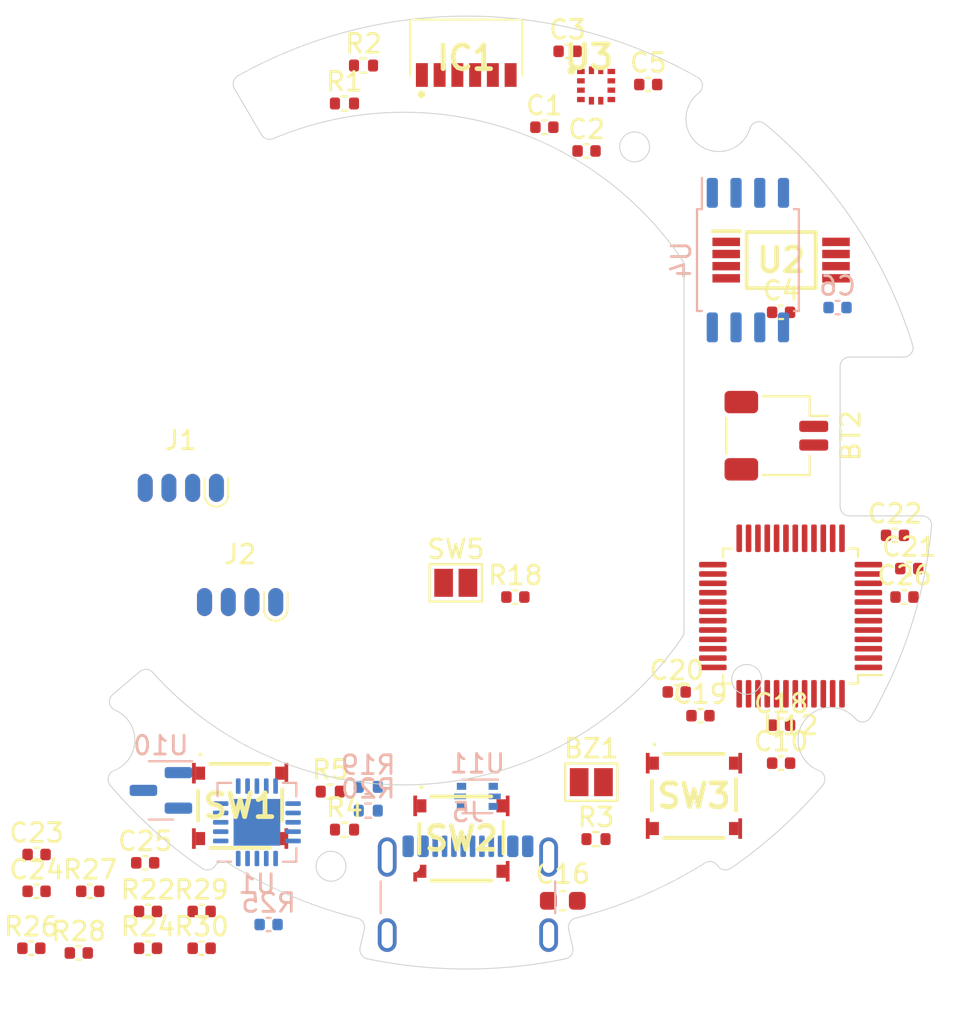
<source format=kicad_pcb>
(kicad_pcb (version 20221018) (generator pcbnew)
  (layers (0 "F.Cu" signal) (31 "B.Cu" signal) (34 "B.Paste" user) (35 "F.Paste" user) (36 "B.SilkS" user "B.Silkscreen") (37 "F.SilkS" user "F.Silkscreen") (38 "B.Mask" user) (39 "F.Mask" user) (44 "Edge.Cuts" user))
  (net 0 "")
  (net 1 "SOUND_SRC")
  (net 2 "GND")
  (net 3 "Net-(IC1-VCC1)")
  (net 4 "Net-(IC1-VCC2{slash}IRED{slash}ANODE)")
  (net 5 "PWR")
  (net 6 "+1V8")
  (net 7 "GNDPWR")
  (net 8 "/power-control-1.8V/USB_5V")
  (net 9 "Net-(J5-CC1)")
  (net 10 "/power-control-1.8V/USB_DP_RAW")
  (net 11 "/power-control-1.8V/USB_DN_RAW")
  (net 13 "Net-(J5-CC2)")
  (net 15 "BUT_L")
  (net 16 "BUT_M")
  (net 17 "BUT_R")
  (net 18 "/stm32u5/BOOT0")
  (net 19 "/power-control-1.8V/PWR_SRC")
  (net 20 "Net-(U1-VPCC)")
  (net 21 "Net-(U1-THERM)")
  (net 22 "~{PG}")
  (net 23 "BSTAT2")
  (net 24 "BSTAT1")
  (net 25 "Net-(U1-PROG3)")
  (net 26 "Net-(U1-PROG1)")
  (net 27 "/power-control-1.8V/BAT+")
  (net 28 "FLASH_CSB")
  (net 29 "QSPI1")
  (net 30 "QSPI2")
  (net 31 "QSPI0")
  (net 32 "QSCK")
  (net 33 "QSPI3")
  (net 34 "USB_DP")
  (net 35 "USB_DN")
  (net 38 "TXDIR")
  (net 39 "RXDIR")
  (net 40 "SCREEN_CSB")
  (net 42 "WKUP")
  (net 44 "Net-(U12-VCAP)")
  (net 46 "SCK")
  (net 47 "MISO")
  (net 48 "MOSI")
  (net 49 "EEPROM_CSB")
  (net 50 "DBG_TX")
  (net 51 "DBG_RX")
  (net 52 "SWDIO")
  (net 53 "SWCLK")
  (net 54 "SWO")
  (net 55 "/BAT+")
  (net 56 "ACCEL_CSB")
  (net 57 "TP_SCL")
  (net 58 "TP_SDA")
  (net 59 "/stm32u5/~{BAT_LO}")
  (net 62 "ACCEL_INT1")
  (footprint "Capacitor_SMD:C_0402_1005Metric" (layer "F.Cu") (at 76.708 106.172)
    (fp_text reference "R26" (at 0 -1.16) (layer "F.SilkS"))
    (fp_text value "10k")
    (pad "1" smd roundrect (at -0.48 0) (size 0.56 0.62) (layers "F.Cu" "F.Paste" "F.Mask") (net 7 "GNDPWR"))
    (pad "2" smd roundrect (at 0.48 0) (size 0.56 0.62) (layers "F.Cu" "F.Paste" "F.Mask") (net 21 "Net-(U1-THERM)"))
  )
  (footprint "Capacitor_SMD:C_0402_1005Metric" (layer "F.Cu") (at 106.426 63.5)
    (fp_text reference "C2" (at 0 -1.16) (layer "F.SilkS"))
    (fp_text value "4.7uF")
    (pad "1" smd roundrect (at -0.48 0) (size 0.56 0.62) (layers "F.Cu" "F.Paste" "F.Mask") (net 4 "Net-(IC1-VCC2{slash}IRED{slash}ANODE)"))
    (pad "2" smd roundrect (at 0.48 0) (size 0.56 0.62) (layers "F.Cu" "F.Paste" "F.Mask") (net 2 "GND"))
  )
  (footprint "Samacsys_Parts:BOSCH_LGA-12" (layer "F.Cu") (at 106.938 59.997)
    (fp_text reference "U3" (at -0.382 -1.529) (layer "F.SilkS") (effects (font (size 1.27 1.27) (thickness 0.254))))
    (fp_text value "BMA400" hide)
    (pad "1" smd rect (at -0.815 -0.75 90) (size 0.28 0.41) (layers "F.Cu" "F.Paste" "F.Mask") (net 47 "MISO"))
    (pad "2" smd rect (at -0.815 -0.25 90) (size 0.28 0.41) (layers "F.Cu" "F.Paste" "F.Mask") (net 48 "MOSI"))
    (pad "3" smd rect (at -0.815 0.25 90) (size 0.28 0.41) (layers "F.Cu" "F.Paste" "F.Mask") (net 5 "PWR"))
    (pad "4" smd rect (at -0.815 0.75 90) (size 0.28 0.41) (layers "F.Cu" "F.Paste" "F.Mask"))
    (pad "5" smd rect (at -0.25 0.815) (size 0.28 0.41) (layers "F.Cu" "F.Paste" "F.Mask") (net 62 "ACCEL_INT1"))
    (pad "6" smd rect (at 0.25 0.815) (size 0.28 0.41) (layers "F.Cu" "F.Paste" "F.Mask"))
    (pad "7" smd rect (at 0.815 0.75 90) (size 0.28 0.41) (layers "F.Cu" "F.Paste" "F.Mask") (net 5 "PWR"))
    (pad "8" smd rect (at 0.815 0.25 90) (size 0.28 0.41) (layers "F.Cu" "F.Paste" "F.Mask") (net 2 "GND"))
    (pad "9" smd rect (at 0.815 -0.25 90) (size 0.28 0.41) (layers "F.Cu" "F.Paste" "F.Mask") (net 2 "GND"))
    (pad "10" smd rect (at 0.815 -0.75 90) (size 0.28 0.41) (layers "F.Cu" "F.Paste" "F.Mask") (net 56 "ACCEL_CSB"))
    (pad "11" smd rect (at 0.25 -0.815) (size 0.28 0.41) (layers "F.Cu" "F.Paste" "F.Mask"))
    (pad "12" smd rect (at -0.25 -0.815) (size 0.28 0.41) (layers "F.Cu" "F.Paste" "F.Mask") (net 46 "SCK"))
  )
  (footprint "Samacsys_Parts:TL3315NF100Q" (layer "F.Cu") (at 87.884 98.552)
    (fp_text reference "SW1" (at 0 0) (layer "F.SilkS") (effects (font (size 1.27 1.27) (thickness 0.254))))
    (fp_text value "SW_Push" hide)
    (pad "1" smd rect (at -2.125 -1.75) (size 0.5 0.7) (layers "F.Cu" "F.Paste" "F.Mask") (net 2 "GND"))
    (pad "2" smd rect (at 2.125 -1.75) (size 0.5 0.7) (layers "F.Cu" "F.Paste" "F.Mask") (net 15 "BUT_L"))
    (pad "3" smd rect (at -2.125 1.75) (size 0.5 0.7) (layers "F.Cu" "F.Paste" "F.Mask"))
    (pad "4" smd rect (at 2.125 1.75) (size 0.5 0.7) (layers "F.Cu" "F.Paste" "F.Mask"))
    (pad "5" smd rect (at -2.475 -1.75) (size 0.2 1.1) (layers "F.Cu" "F.Paste" "F.Mask"))
    (pad "6" smd rect (at 2.475 -1.75) (size 0.2 1.1) (layers "F.Cu" "F.Paste" "F.Mask"))
    (pad "7" smd rect (at -2.475 1.75) (size 0.2 1.1) (layers "F.Cu" "F.Paste" "F.Mask"))
    (pad "8" smd rect (at 2.475 1.75) (size 0.2 1.1) (layers "F.Cu" "F.Paste" "F.Mask"))
  )
  (footprint "Samacsys_Parts:SOIC_clipProgSmall" (layer "F.Cu") (at 87.884 88.392)
    (fp_text reference "J2" (at 0 -3.302) (layer "F.SilkS"))
    (fp_text value "PROGRAM_HDR")
    (pad "" np_thru_hole circle (at -2.54 -1.905) (size 0.7 0.7) (drill 0.7) (layers "*.Cu" "*.Mask"))
    (pad "" np_thru_hole circle (at -1.27 -1.905) (size 0.7 0.7) (drill 0.7) (layers "*.Cu" "*.Mask"))
    (pad "" np_thru_hole circle (at 0 -1.905) (size 0.7 0.7) (drill 0.7) (layers "*.Cu" "*.Mask"))
    (pad "" np_thru_hole circle (at 1.27 -1.905) (size 0.7 0.7) (drill 0.7) (layers "*.Cu" "*.Mask"))
    (pad "" np_thru_hole circle (at 2.54 -1.905) (size 0.7 0.7) (drill 0.7) (layers "*.Cu" "*.Mask"))
    (pad "1" smd oval (at 1.905 -0.75) (size 0.8 1.5) (layers "F.Cu" "F.Mask") (net 2 "GND"))
    (pad "2" smd oval (at 0.635 -0.75) (size 0.8 1.5) (layers "F.Cu" "F.Mask") (net 47 "MISO"))
    (pad "3" smd oval (at -0.635 -0.75) (size 0.8 1.5) (layers "F.Cu" "F.Mask") (net 48 "MOSI"))
    (pad "4" smd oval (at -1.905 -0.75) (size 0.8 1.5) (layers "F.Cu" "F.Mask") (net 46 "SCK"))
    (pad "5" smd oval (at -1.905 -0.75) (size 0.8 1.5) (layers "B.Cu" "B.Mask") (net 40 "SCREEN_CSB"))
    (pad "6" smd oval (at -0.635 -0.75) (size 0.8 1.5) (layers "B.Cu" "B.Mask") (net 49 "EEPROM_CSB"))
    (pad "7" smd oval (at 0.635 -0.75) (size 0.8 1.5) (layers "B.Cu" "B.Mask") (net 56 "ACCEL_CSB"))
    (pad "8" smd oval (at 1.905 -0.75) (size 0.8 1.5) (layers "B.Cu" "B.Mask") (net 28 "FLASH_CSB"))
  )
  (footprint "Jumper:SolderJumper-2_P1.3mm_Open_Pad1.0x1.5mm" (layer "F.Cu") (at 99.426 86.614)
    (fp_text reference "SW5" (at 0 -1.8) (layer "F.SilkS"))
    (fp_text value "BOOTSEL")
    (pad "1" smd rect (at -0.65 0) (size 1 1.5) (layers "F.Cu" "F.Mask") (net 6 "+1V8"))
    (pad "2" smd rect (at 0.65 0) (size 1 1.5) (layers "F.Cu" "F.Mask") (net 18 "/stm32u5/BOOT0"))
  )
  (footprint "Resistor_SMD:R_0402_1005Metric" (layer "F.Cu") (at 93.472 99.822)
    (fp_text reference "R4" (at 0 -1.17) (layer "F.SilkS"))
    (fp_text value "100k")
    (pad "1" smd roundrect (at -0.51 0) (size 0.54 0.64) (layers "F.Cu" "F.Paste" "F.Mask") (net 5 "PWR"))
    (pad "2" smd roundrect (at 0.51 0) (size 0.54 0.64) (layers "F.Cu" "F.Paste" "F.Mask") (net 16 "BUT_M"))
  )
  (footprint "Capacitor_SMD:C_0402_1005Metric" (layer "F.Cu") (at 116.84 96.266)
    (fp_text reference "C10" (at 0 -1.16) (layer "F.SilkS"))
    (fp_text value "100nF")
    (pad "1" smd roundrect (at -0.48 0) (size 0.56 0.62) (layers "F.Cu" "F.Paste" "F.Mask") (net 2 "GND"))
    (pad "2" smd roundrect (at 0.48 0) (size 0.56 0.62) (layers "F.Cu" "F.Paste" "F.Mask") (net 6 "+1V8"))
  )
  (footprint "Capacitor_SMD:C_0402_1005Metric" (layer "F.Cu") (at 116.84 72.136)
    (fp_text reference "C4" (at 0 -1.16) (layer "F.SilkS"))
    (fp_text value "0.1uF")
    (pad "1" smd roundrect (at -0.48 0) (size 0.56 0.62) (layers "F.Cu" "F.Paste" "F.Mask") (net 5 "PWR"))
    (pad "2" smd roundrect (at 0.48 0) (size 0.56 0.62) (layers "F.Cu" "F.Paste" "F.Mask") (net 2 "GND"))
  )
  (footprint "Capacitor_SMD:C_0402_1005Metric" (layer "F.Cu") (at 85.824 104.202)
    (fp_text reference "R29" (at 0 -1.16) (layer "F.SilkS"))
    (fp_text value "330k")
    (pad "1" smd roundrect (at -0.48 0) (size 0.56 0.62) (layers "F.Cu" "F.Paste" "F.Mask") (net 8 "/power-control-1.8V/USB_5V"))
    (pad "2" smd roundrect (at 0.48 0) (size 0.56 0.62) (layers "F.Cu" "F.Paste" "F.Mask") (net 20 "Net-(U1-VPCC)"))
  )
  (footprint "Capacitor_SMD:C_0402_1005Metric" (layer "F.Cu") (at 111.252 92.456)
    (fp_text reference "C20" (at 0 -1.16) (layer "F.SilkS"))
    (fp_text value "10uF")
    (pad "1" smd roundrect (at -0.48 0) (size 0.56 0.62) (layers "F.Cu" "F.Paste" "F.Mask") (net 2 "GND"))
    (pad "2" smd roundrect (at 0.48 0) (size 0.56 0.62) (layers "F.Cu" "F.Paste" "F.Mask") (net 6 "+1V8"))
  )
  (footprint "Samacsys_Parts:TL3315NF100Q" (layer "F.Cu") (at 112.175 98.016)
    (fp_text reference "SW3" (at 0 0) (layer "F.SilkS") (effects (font (size 1.27 1.27) (thickness 0.254))))
    (fp_text value "SW_Push" hide)
    (pad "1" smd rect (at -2.125 -1.75) (size 0.5 0.7) (layers "F.Cu" "F.Paste" "F.Mask") (net 2 "GND"))
    (pad "2" smd rect (at 2.125 -1.75) (size 0.5 0.7) (layers "F.Cu" "F.Paste" "F.Mask") (net 17 "BUT_R"))
    (pad "3" smd rect (at -2.125 1.75) (size 0.5 0.7) (layers "F.Cu" "F.Paste" "F.Mask"))
    (pad "4" smd rect (at 2.125 1.75) (size 0.5 0.7) (layers "F.Cu" "F.Paste" "F.Mask"))
    (pad "5" smd rect (at -2.475 -1.75) (size 0.2 1.1) (layers "F.Cu" "F.Paste" "F.Mask"))
    (pad "6" smd rect (at 2.475 -1.75) (size 0.2 1.1) (layers "F.Cu" "F.Paste" "F.Mask"))
    (pad "7" smd rect (at -2.475 1.75) (size 0.2 1.1) (layers "F.Cu" "F.Paste" "F.Mask"))
    (pad "8" smd rect (at 2.475 1.75) (size 0.2 1.1) (layers "F.Cu" "F.Paste" "F.Mask"))
  )
  (footprint "Capacitor_SMD:C_0402_1005Metric" (layer "F.Cu") (at 123.444 87.376)
    (fp_text reference "C26" (at 0 -1.16) (layer "F.SilkS"))
    (fp_text value "C")
    (pad "1" smd roundrect (at -0.48 0) (size 0.56 0.62) (layers "F.Cu" "F.Paste" "F.Mask") (net 44 "Net-(U12-VCAP)"))
    (pad "2" smd roundrect (at 0.48 0) (size 0.56 0.62) (layers "F.Cu" "F.Paste" "F.Mask") (net 2 "GND"))
  )
  (footprint "Capacitor_SMD:C_0402_1005Metric" (layer "F.Cu") (at 123.698 85.852)
    (fp_text reference "C21" (at 0 -1.16) (layer "F.SilkS"))
    (fp_text value "100nF")
    (pad "1" smd roundrect (at -0.48 0) (size 0.56 0.62) (layers "F.Cu" "F.Paste" "F.Mask") (net 2 "GND"))
    (pad "2" smd roundrect (at 0.48 0) (size 0.56 0.62) (layers "F.Cu" "F.Paste" "F.Mask") (net 6 "+1V8"))
  )
  (footprint "Capacitor_SMD:C_0402_1005Metric" (layer "F.Cu") (at 122.936 84.074)
    (fp_text reference "C22" (at 0 -1.16) (layer "F.SilkS"))
    (fp_text value "1uF")
    (pad "1" smd roundrect (at -0.48 0) (size 0.56 0.62) (layers "F.Cu" "F.Paste" "F.Mask") (net 2 "GND"))
    (pad "2" smd roundrect (at 0.48 0) (size 0.56 0.62) (layers "F.Cu" "F.Paste" "F.Mask") (net 6 "+1V8"))
  )
  (footprint "Samacsys_Parts:TL3315NF100Q" (layer "F.Cu") (at 99.729 100.302)
    (fp_text reference "SW2" (at 0 0) (layer "F.SilkS") (effects (font (size 1.27 1.27) (thickness 0.254))))
    (fp_text value "SW_Push" hide)
    (pad "1" smd rect (at -2.125 -1.75) (size 0.5 0.7) (layers "F.Cu" "F.Paste" "F.Mask") (net 2 "GND"))
    (pad "2" smd rect (at 2.125 -1.75) (size 0.5 0.7) (layers "F.Cu" "F.Paste" "F.Mask") (net 16 "BUT_M"))
    (pad "3" smd rect (at -2.125 1.75) (size 0.5 0.7) (layers "F.Cu" "F.Paste" "F.Mask"))
    (pad "4" smd rect (at 2.125 1.75) (size 0.5 0.7) (layers "F.Cu" "F.Paste" "F.Mask"))
    (pad "5" smd rect (at -2.475 -1.75) (size 0.2 1.1) (layers "F.Cu" "F.Paste" "F.Mask"))
    (pad "6" smd rect (at 2.475 -1.75) (size 0.2 1.1) (layers "F.Cu" "F.Paste" "F.Mask"))
    (pad "7" smd rect (at -2.475 1.75) (size 0.2 1.1) (layers "F.Cu" "F.Paste" "F.Mask"))
    (pad "8" smd rect (at 2.475 1.75) (size 0.2 1.1) (layers "F.Cu" "F.Paste" "F.Mask"))
  )
  (footprint "Resistor_SMD:R_0402_1005Metric" (layer "F.Cu") (at 92.71 97.79)
    (fp_text reference "R5" (at 0 -1.17) (layer "F.SilkS"))
    (fp_text value "100k")
    (pad "1" smd roundrect (at -0.51 0) (size 0.54 0.64) (layers "F.Cu" "F.Paste" "F.Mask") (net 5 "PWR"))
    (pad "2" smd roundrect (at 0.51 0) (size 0.54 0.64) (layers "F.Cu" "F.Paste" "F.Mask") (net 17 "BUT_R"))
  )
  (footprint "Connector_JST:JST_SH_SM02B-SRSS-TB_1x02-1MP_P1.00mm_Horizontal" (layer "F.Cu") (at 116.586 78.74 -90)
    (fp_text reference "BT2" (at 0 -3.98 90) (layer "F.SilkS"))
    (fp_text value "LPR553535A")
    (pad "1" smd roundrect (at -0.5 -2 270) (size 0.6 1.55) (layers "F.Cu" "F.Paste" "F.Mask") (net 27 "/power-control-1.8V/BAT+"))
    (pad "2" smd roundrect (at 0.5 -2 270) (size 0.6 1.55) (layers "F.Cu" "F.Paste" "F.Mask") (net 7 "GNDPWR"))
    (pad "MP" smd roundrect (at -1.8 1.875 270) (size 1.2 1.8) (layers "F.Cu" "F.Paste" "F.Mask") (roundrect_rratio 0.208333))
    (pad "MP" smd roundrect (at 1.8 1.875 270) (size 1.2 1.8) (layers "F.Cu" "F.Paste" "F.Mask") (roundrect_rratio 0.208333))
  )
  (footprint "Capacitor_SMD:C_0402_1005Metric" (layer "F.Cu") (at 85.824 106.172)
    (fp_text reference "R30" (at 0 -1.16) (layer "F.SilkS"))
    (fp_text value "110k")
    (pad "1" smd roundrect (at -0.48 0) (size 0.56 0.62) (layers "F.Cu" "F.Paste" "F.Mask") (net 20 "Net-(U1-VPCC)"))
    (pad "2" smd roundrect (at 0.48 0) (size 0.56 0.62) (layers "F.Cu" "F.Paste" "F.Mask") (net 7 "GNDPWR"))
  )
  (footprint "Resistor_SMD:R_0402_1005Metric" (layer "F.Cu") (at 106.932 100.33)
    (fp_text reference "R3" (at 0 -1.17) (layer "F.SilkS"))
    (fp_text value "100k")
    (pad "1" smd roundrect (at -0.51 0) (size 0.54 0.64) (layers "F.Cu" "F.Paste" "F.Mask") (net 5 "PWR"))
    (pad "2" smd roundrect (at 0.51 0) (size 0.54 0.64) (layers "F.Cu" "F.Paste" "F.Mask") (net 15 "BUT_L"))
  )
  (footprint "Capacitor_SMD:C_0402_1005Metric" (layer "F.Cu") (at 79.248 106.426)
    (fp_text reference "R28" (at 0 -1.16) (layer "F.SilkS"))
    (fp_text value "R")
    (pad "1" smd roundrect (at -0.48 0) (size 0.56 0.62) (layers "F.Cu" "F.Paste" "F.Mask") (net 25 "Net-(U1-PROG3)"))
    (pad "2" smd roundrect (at 0.48 0) (size 0.56 0.62) (layers "F.Cu" "F.Paste" "F.Mask") (net 7 "GNDPWR"))
  )
  (footprint "Capacitor_SMD:C_0402_1005Metric" (layer "F.Cu") (at 116.84 94.234)
    (fp_text reference "C18" (at 0 -1.16) (layer "F.SilkS"))
    (fp_text value "100nF")
    (pad "1" smd roundrect (at -0.48 0) (size 0.56 0.62) (layers "F.Cu" "F.Paste" "F.Mask") (net 2 "GND"))
    (pad "2" smd roundrect (at 0.48 0) (size 0.56 0.62) (layers "F.Cu" "F.Paste" "F.Mask") (net 6 "+1V8"))
  )
  (footprint "Samacsys_Parts:SOP65P640X120-8N" (layer "F.Cu") (at 116.84 69.342)
    (fp_text reference "U2" (at 0 0) (layer "F.SilkS") (effects (font (size 1.27 1.27) (thickness 0.254))))
    (fp_text value "M95512-DWDW4TP_K" hide)
    (pad "1" smd rect (at -2.938 -0.975 90) (size 0.45 1.475) (layers "F.Cu" "F.Paste" "F.Mask") (net 49 "EEPROM_CSB"))
    (pad "2" smd rect (at -2.938 -0.325 90) (size 0.45 1.475) (layers "F.Cu" "F.Paste" "F.Mask") (net 47 "MISO"))
    (pad "3" smd rect (at -2.938 0.325 90) (size 0.45 1.475) (layers "F.Cu" "F.Paste" "F.Mask") (net 5 "PWR"))
    (pad "4" smd rect (at -2.938 0.975 90) (size 0.45 1.475) (layers "F.Cu" "F.Paste" "F.Mask") (net 2 "GND"))
    (pad "5" smd rect (at 2.938 0.975 90) (size 0.45 1.475) (layers "F.Cu" "F.Paste" "F.Mask") (net 48 "MOSI"))
    (pad "6" smd rect (at 2.938 0.325 90) (size 0.45 1.475) (layers "F.Cu" "F.Paste" "F.Mask") (net 46 "SCK"))
    (pad "7" smd rect (at 2.938 -0.325 90) (size 0.45 1.475) (layers "F.Cu" "F.Paste" "F.Mask") (net 5 "PWR"))
    (pad "8" smd rect (at 2.938 -0.975 90) (size 0.45 1.475) (layers "F.Cu" "F.Paste" "F.Mask") (net 5 "PWR"))
  )
  (footprint "Capacitor_SMD:C_0402_1005Metric" (layer "F.Cu") (at 102.616 87.376)
    (fp_text reference "R18" (at 0 -1.16) (layer "F.SilkS"))
    (fp_text value "10k")
    (pad "1" smd roundrect (at -0.48 0) (size 0.56 0.62) (layers "F.Cu" "F.Paste" "F.Mask") (net 2 "GND"))
    (pad "2" smd roundrect (at 0.48 0) (size 0.56 0.62) (layers "F.Cu" "F.Paste" "F.Mask") (net 18 "/stm32u5/BOOT0"))
  )
  (footprint "Capacitor_SMD:C_0402_1005Metric" (layer "F.Cu") (at 76.99 103.124)
    (fp_text reference "C24" (at 0 -1.16) (layer "F.SilkS"))
    (fp_text value "10uF")
    (pad "1" smd roundrect (at -0.48 0) (size 0.56 0.62) (layers "F.Cu" "F.Paste" "F.Mask") (net 7 "GNDPWR"))
    (pad "2" smd roundrect (at 0.48 0) (size 0.56 0.62) (layers "F.Cu" "F.Paste" "F.Mask") (net 19 "/power-control-1.8V/PWR_SRC"))
  )
  (footprint "Capacitor_SMD:C_0402_1005Metric" (layer "F.Cu") (at 112.522 93.726)
    (fp_text reference "C19" (at 0 -1.16) (layer "F.SilkS"))
    (fp_text value "100nF")
    (pad "1" smd roundrect (at -0.48 0) (size 0.56 0.62) (layers "F.Cu" "F.Paste" "F.Mask") (net 2 "GND"))
    (pad "2" smd roundrect (at 0.48 0) (size 0.56 0.62) (layers "F.Cu" "F.Paste" "F.Mask") (net 6 "+1V8"))
  )
  (footprint "Capacitor_SMD:C_0402_1005Metric" (layer "F.Cu") (at 82.954 106.172)
    (fp_text reference "R24" (at 0 -1.16) (layer "F.SilkS"))
    (fp_text value "100k")
    (pad "1" smd roundrect (at -0.48 0) (size 0.56 0.62) (layers "F.Cu" "F.Paste" "F.Mask") (net 24 "BSTAT1"))
    (pad "2" smd roundrect (at 0.48 0) (size 0.56 0.62) (layers "F.Cu" "F.Paste" "F.Mask") (net 6 "+1V8"))
  )
  (footprint "Capacitor_SMD:C_0402_1005Metric" (layer "F.Cu") (at 105.41 58.166)
    (fp_text reference "C3" (at 0 -1.16) (layer "F.SilkS"))
    (fp_text value "0.1uF")
    (pad "1" smd roundrect (at -0.48 0) (size 0.56 0.62) (layers "F.Cu" "F.Paste" "F.Mask") (net 5 "PWR"))
    (pad "2" smd roundrect (at 0.48 0) (size 0.56 0.62) (layers "F.Cu" "F.Paste" "F.Mask") (net 2 "GND"))
  )
  (footprint "Capacitor_SMD:C_0402_1005Metric" (layer "F.Cu") (at 79.86 103.124)
    (fp_text reference "R27" (at 0 -1.16) (layer "F.SilkS"))
    (fp_text value "20k")
    (pad "1" smd roundrect (at -0.48 0) (size 0.56 0.62) (layers "F.Cu" "F.Paste" "F.Mask") (net 26 "Net-(U1-PROG1)"))
    (pad "2" smd roundrect (at 0.48 0) (size 0.56 0.62) (layers "F.Cu" "F.Paste" "F.Mask") (net 7 "GNDPWR"))
  )
  (footprint "Samacsys_Parts:TFBS4711TT1" (layer "F.Cu") (at 99.987 57.971)
    (fp_text reference "IC1" (at 0 0.55) (layer "F.SilkS") (effects (font (size 1.27 1.27) (thickness 0.254))))
    (fp_text value "TFBS4711-TT1" hide)
    (pad "1" smd rect (at -2.375 1.465) (size 0.64 1.27) (layers "F.Cu" "F.Paste" "F.Mask") (net 4 "Net-(IC1-VCC2{slash}IRED{slash}ANODE)"))
    (pad "2" smd rect (at -1.425 1.465) (size 0.64 1.27) (layers "F.Cu" "F.Paste" "F.Mask") (net 38 "TXDIR"))
    (pad "3" smd rect (at -0.475 1.465) (size 0.64 1.27) (layers "F.Cu" "F.Paste" "F.Mask") (net 39 "RXDIR"))
    (pad "4" smd rect (at 0.475 1.465) (size 0.64 1.27) (layers "F.Cu" "F.Paste" "F.Mask") (net 2 "GND"))
    (pad "5" smd rect (at 1.425 1.465) (size 0.64 1.27) (layers "F.Cu" "F.Paste" "F.Mask") (net 3 "Net-(IC1-VCC1)"))
    (pad "6" smd rect (at 2.375 1.465) (size 0.64 1.27) (layers "F.Cu" "F.Paste" "F.Mask") (net 2 "GND"))
  )
  (footprint "Jumper:SolderJumper-2_P1.3mm_Open_Pad1.0x1.5mm" (layer "F.Cu") (at 106.68 97.282)
    (fp_text reference "BZ1" (at 0 -1.8) (layer "F.SilkS"))
    (fp_text value "Speaker")
    (pad "1" smd rect (at -0.65 0) (size 1 1.5) (layers "F.Cu" "F.Mask") (net 1 "SOUND_SRC"))
    (pad "2" smd rect (at 0.65 0) (size 1 1.5) (layers "F.Cu" "F.Mask") (net 2 "GND"))
  )
  (footprint "Samacsys_Parts:SOIC_clipProgSmall" (layer "F.Cu") (at 84.709 82.284)
    (fp_text reference "J1" (at 0 -3.302) (layer "F.SilkS"))
    (fp_text value "DBG_HDR")
    (pad "" np_thru_hole circle (at -2.54 -1.905) (size 0.7 0.7) (drill 0.7) (layers "*.Cu" "*.Mask"))
    (pad "" np_thru_hole circle (at -1.27 -1.905) (size 0.7 0.7) (drill 0.7) (layers "*.Cu" "*.Mask"))
    (pad "" np_thru_hole circle (at 0 -1.905) (size 0.7 0.7) (drill 0.7) (layers "*.Cu" "*.Mask"))
    (pad "" np_thru_hole circle (at 1.27 -1.905) (size 0.7 0.7) (drill 0.7) (layers "*.Cu" "*.Mask"))
    (pad "" np_thru_hole circle (at 2.54 -1.905) (size 0.7 0.7) (drill 0.7) (layers "*.Cu" "*.Mask"))
    (pad "1" smd oval (at 1.905 -0.75) (size 0.8 1.5) (layers "F.Cu" "F.Mask"))
    (pad "2" smd oval (at 0.635 -0.75) (size 0.8 1.5) (layers "F.Cu" "F.Mask") (net 53 "SWCLK"))
    (pad "3" smd oval (at -0.635 -0.75) (size 0.8 1.5) (layers "F.Cu" "F.Mask") (net 52 "SWDIO"))
    (pad "4" smd oval (at -1.905 -0.75) (size 0.8 1.5) (layers "F.Cu" "F.Mask") (net 2 "GND"))
    (pad "5" smd oval (at -1.905 -0.75) (size 0.8 1.5) (layers "B.Cu" "B.Mask") (net 2 "GND"))
    (pad "6" smd oval (at -0.635 -0.75) (size 0.8 1.5) (layers "B.Cu" "B.Mask") (net 51 "DBG_RX"))
    (pad "7" smd oval (at 0.635 -0.75) (size 0.8 1.5) (layers "B.Cu" "B.Mask") (net 50 "DBG_TX"))
    (pad "8" smd oval (at 1.905 -0.75) (size 0.8 1.5) (layers "B.Cu" "B.Mask"))
  )
  (footprint "Capacitor_SMD:C_0402_1005Metric" (layer "F.Cu") (at 76.99 101.154)
    (fp_text reference "C23" (at 0 -1.16) (layer "F.SilkS"))
    (fp_text value "10uF")
    (pad "1" smd roundrect (at -0.48 0) (size 0.56 0.62) (layers "F.Cu" "F.Paste" "F.Mask") (net 27 "/power-control-1.8V/BAT+"))
    (pad "2" smd roundrect (at 0.48 0) (size 0.56 0.62) (layers "F.Cu" "F.Paste" "F.Mask") (net 7 "GNDPWR"))
  )
  (footprint "Resistor_SMD:R_0402_1005Metric" (layer "F.Cu") (at 93.47 60.96)
    (fp_text reference "R1" (at 0 -1.17) (layer "F.SilkS"))
    (fp_text value "56R")
    (pad "1" smd roundrect (at -0.51 0) (size 0.54 0.64) (layers "F.Cu" "F.Paste" "F.Mask") (net 4 "Net-(IC1-VCC2{slash}IRED{slash}ANODE)"))
    (pad "2" smd roundrect (at 0.51 0) (size 0.54 0.64) (layers "F.Cu" "F.Paste" "F.Mask") (net 5 "PWR"))
  )
  (footprint "Capacitor_SMD:C_0402_1005Metric" (layer "F.Cu") (at 82.804 101.6)
    (fp_text reference "C25" (at 0 -1.16) (layer "F.SilkS"))
    (fp_text value "10uF")
    (pad "1" smd roundrect (at -0.48 0) (size 0.56 0.62) (layers "F.Cu" "F.Paste" "F.Mask") (net 7 "GNDPWR"))
    (pad "2" smd roundrect (at 0.48 0) (size 0.56 0.62) (layers "F.Cu" "F.Paste" "F.Mask") (net 8 "/power-control-1.8V/USB_5V"))
  )
  (footprint "Resistor_SMD:R_0402_1005Metric" (layer "F.Cu") (at 94.488 58.928)
    (fp_text reference "R2" (at 0 -1.17) (layer "F.SilkS"))
    (fp_text value "47R")
    (pad "1" smd roundrect (at -0.51 0) (size 0.54 0.64) (layers "F.Cu" "F.Paste" "F.Mask") (net 5 "PWR"))
    (pad "2" smd roundrect (at 0.51 0) (size 0.54 0.64) (layers "F.Cu" "F.Paste" "F.Mask") (net 3 "Net-(IC1-VCC1)"))
  )
  (footprint "Capacitor_SMD:C_0402_1005Metric" (layer "F.Cu") (at 109.728 59.944)
    (fp_text reference "C5" (at 0 -1.16) (layer "F.SilkS"))
    (fp_text value "0.1uF")
    (pad "1" smd roundrect (at -0.48 0) (size 0.56 0.62) (layers "F.Cu" "F.Paste" "F.Mask") (net 5 "PWR"))
    (pad "2" smd roundrect (at 0.48 0) (size 0.56 0.62) (layers "F.Cu" "F.Paste" "F.Mask") (net 2 "GND"))
  )
  (footprint "Capacitor_SMD:C_0402_1005Metric" (layer "F.Cu") (at 82.954 104.202)
    (fp_text reference "R22" (at 0 -1.16) (layer "F.SilkS"))
    (fp_text value "100k")
    (pad "1" smd roundrect (at -0.48 0) (size 0.56 0.62) (layers "F.Cu" "F.Paste" "F.Mask") (net 23 "BSTAT2"))
    (pad "2" smd roundrect (at 0.48 0) (size 0.56 0.62) (layers "F.Cu" "F.Paste" "F.Mask") (net 6 "+1V8"))
  )
  (footprint "Package_QFP:LQFP-48_7x7mm_P0.5mm" (layer "F.Cu") (at 117.348 88.392 180)
    (fp_text reference "U12" (at 0 -5.85) (layer "F.SilkS"))
    (fp_text value "STM32U535CET6-modified")
    (pad "1" smd roundrect (at -4.1625 -2.75 180) (size 1.475 0.3) (layers "F.Cu" "F.Paste" "F.Mask") (net 6 "+1V8"))
    (pad "2" smd roundrect (at -4.1625 -2.25 180) (size 1.475 0.3) (layers "F.Cu" "F.Paste" "F.Mask") (net 15 "BUT_L"))
    (pad "3" smd roundrect (at -4.1625 -1.75 180) (size 1.475 0.3) (layers "F.Cu" "F.Paste" "F.Mask") (net 16 "BUT_M"))
    (pad "4" smd roundrect (at -4.1625 -1.25 180) (size 1.475 0.3) (layers "F.Cu" "F.Paste" "F.Mask") (net 17 "BUT_R"))
    (pad "5" smd roundrect (at -4.1625 -0.75 180) (size 1.475 0.3) (layers "F.Cu" "F.Paste" "F.Mask"))
    (pad "6" smd roundrect (at -4.1625 -0.25 180) (size 1.475 0.3) (layers "F.Cu" "F.Paste" "F.Mask"))
    (pad "7" smd roundrect (at -4.1625 0.25 180) (size 1.475 0.3) (layers "F.Cu" "F.Paste" "F.Mask") (net 6 "+1V8"))
    (pad "8" smd roundrect (at -4.1625 0.75 180) (size 1.475 0.3) (layers "F.Cu" "F.Paste" "F.Mask") (net 2 "GND"))
    (pad "9" smd roundrect (at -4.1625 1.25 180) (size 1.475 0.3) (layers "F.Cu" "F.Paste" "F.Mask") (net 6 "+1V8"))
    (pad "10" smd roundrect (at -4.1625 1.75 180) (size 1.475 0.3) (layers "F.Cu" "F.Paste" "F.Mask") (net 38 "TXDIR"))
    (pad "11" smd roundrect (at -4.1625 2.25 180) (size 1.475 0.3) (layers "F.Cu" "F.Paste" "F.Mask") (net 39 "RXDIR"))
    (pad "12" smd roundrect (at -4.1625 2.75 180) (size 1.475 0.3) (layers "F.Cu" "F.Paste" "F.Mask") (net 40 "SCREEN_CSB"))
    (pad "13" smd roundrect (at -2.75 4.1625 180) (size 0.3 1.475) (layers "F.Cu" "F.Paste" "F.Mask") (net 32 "QSCK"))
    (pad "14" smd roundrect (at -2.25 4.1625 180) (size 0.3 1.475) (layers "F.Cu" "F.Paste" "F.Mask") (net 1 "SOUND_SRC"))
    (pad "15" smd roundrect (at -1.75 4.1625 180) (size 0.3 1.475) (layers "F.Cu" "F.Paste" "F.Mask"))
    (pad "16" smd roundrect (at -1.25 4.1625 180) (size 0.3 1.475) (layers "F.Cu" "F.Paste" "F.Mask") (net 33 "QSPI3"))
    (pad "17" smd roundrect (at -0.75 4.1625 180) (size 0.3 1.475) (layers "F.Cu" "F.Paste" "F.Mask") (net 30 "QSPI2"))
    (pad "18" smd roundrect (at -0.25 4.1625 180) (size 0.3 1.475) (layers "F.Cu" "F.Paste" "F.Mask") (net 29 "QSPI1"))
    (pad "19" smd roundrect (at 0.25 4.1625 180) (size 0.3 1.475) (layers "F.Cu" "F.Paste" "F.Mask") (net 31 "QSPI0"))
    (pad "20" smd roundrect (at 0.75 4.1625 180) (size 0.3 1.475) (layers "F.Cu" "F.Paste" "F.Mask") (net 42 "WKUP"))
    (pad "21" smd roundrect (at 1.25 4.1625 180) (size 0.3 1.475) (layers "F.Cu" "F.Paste" "F.Mask"))
    (pad "22" smd roundrect (at 1.75 4.1625 180) (size 0.3 1.475) (layers "F.Cu" "F.Paste" "F.Mask") (net 44 "Net-(U12-VCAP)"))
    (pad "23" smd roundrect (at 2.25 4.1625 180) (size 0.3 1.475) (layers "F.Cu" "F.Paste" "F.Mask") (net 2 "GND"))
    (pad "24" smd roundrect (at 2.75 4.1625 180) (size 0.3 1.475) (layers "F.Cu" "F.Paste" "F.Mask") (net 6 "+1V8"))
    (pad "25" smd roundrect (at 4.1625 2.75 180) (size 1.475 0.3) (layers "F.Cu" "F.Paste" "F.Mask"))
    (pad "26" smd roundrect (at 4.1625 2.25 180) (size 1.475 0.3) (layers "F.Cu" "F.Paste" "F.Mask") (net 46 "SCK"))
    (pad "27" smd roundrect (at 4.1625 1.75 180) (size 1.475 0.3) (layers "F.Cu" "F.Paste" "F.Mask") (net 47 "MISO"))
    (pad "28" smd roundrect (at 4.1625 1.25 180) (size 1.475 0.3) (layers "F.Cu" "F.Paste" "F.Mask") (net 48 "MOSI"))
    (pad "29" smd roundrect (at 4.1625 0.75 180) (size 1.475 0.3) (layers "F.Cu" "F.Paste" "F.Mask") (net 49 "EEPROM_CSB"))
    (pad "30" smd roundrect (at 4.1625 0.25 180) (size 1.475 0.3) (layers "F.Cu" "F.Paste" "F.Mask") (net 50 "DBG_TX"))
    (pad "31" smd roundrect (at 4.1625 -0.25 180) (size 1.475 0.3) (layers "F.Cu" "F.Paste" "F.Mask") (net 51 "DBG_RX"))
    (pad "32" smd roundrect (at 4.1625 -0.75 180) (size 1.475 0.3) (layers "F.Cu" "F.Paste" "F.Mask") (net 35 "USB_DN"))
    (pad "33" smd roundrect (at 4.1625 -1.25 180) (size 1.475 0.3) (layers "F.Cu" "F.Paste" "F.Mask") (net 34 "USB_DP"))
    (pad "34" smd roundrect (at 4.1625 -1.75 180) (size 1.475 0.3) (layers "F.Cu" "F.Paste" "F.Mask") (net 52 "SWDIO"))
    (pad "35" smd roundrect (at 4.1625 -2.25 180) (size 1.475 0.3) (layers "F.Cu" "F.Paste" "F.Mask") (net 2 "GND"))
    (pad "36" smd roundrect (at 4.1625 -2.75 180) (size 1.475 0.3) (layers "F.Cu" "F.Paste" "F.Mask") (net 6 "+1V8"))
    (pad "37" smd roundrect (at 2.75 -4.1625 180) (size 0.3 1.475) (layers "F.Cu" "F.Paste" "F.Mask") (net 53 "SWCLK"))
    (pad "38" smd roundrect (at 2.25 -4.1625 180) (size 0.3 1.475) (layers "F.Cu" "F.Paste" "F.Mask") (net 28 "FLASH_CSB"))
    (pad "39" smd roundrect (at 1.75 -4.1625 180) (size 0.3 1.475) (layers "F.Cu" "F.Paste" "F.Mask") (net 54 "SWO"))
    (pad "40" smd roundrect (at 1.25 -4.1625 180) (size 0.3 1.475) (layers "F.Cu" "F.Paste" "F.Mask") (net 55 "/BAT+"))
    (pad "41" smd roundrect (at 0.75 -4.1625 180) (size 0.3 1.475) (layers "F.Cu" "F.Paste" "F.Mask") (net 56 "ACCEL_CSB"))
    (pad "42" smd roundrect (at 0.25 -4.1625 180) (size 0.3 1.475) (layers "F.Cu" "F.Paste" "F.Mask") (net 57 "TP_SCL"))
    (pad "43" smd roundrect (at -0.25 -4.1625 180) (size 0.3 1.475) (layers "F.Cu" "F.Paste" "F.Mask") (net 58 "TP_SDA"))
    (pad "44" smd roundrect (at -0.75 -4.1625 180) (size 0.3 1.475) (layers "F.Cu" "F.Paste" "F.Mask") (net 18 "/stm32u5/BOOT0"))
    (pad "45" smd roundrect (at -1.25 -4.1625 180) (size 0.3 1.475) (layers "F.Cu" "F.Paste" "F.Mask") (net 59 "/stm32u5/~{BAT_LO}"))
    (pad "46" smd roundrect (at -1.75 -4.1625 180) (size 0.3 1.475) (layers "F.Cu" "F.Paste" "F.Mask"))
    (pad "47" smd roundrect (at -2.25 -4.1625 180) (size 0.3 1.475) (layers "F.Cu" "F.Paste" "F.Mask") (net 2 "GND"))
    (pad "48" smd roundrect (at -2.75 -4.1625 180) (size 0.3 1.475) (layers "F.Cu" "F.Paste" "F.Mask") (net 6 "+1V8"))
  )
  (footprint "Capacitor_SMD:C_0603_1608Metric" (layer "F.Cu") (at 105.156 103.632)
    (fp_text reference "C16" (at 0 -1.43) (layer "F.SilkS"))
    (fp_text value "C")
    (pad "1" smd roundrect (at -0.775 0) (size 0.9 0.95) (layers "F.Cu" "F.Paste" "F.Mask") (net 8 "/power-control-1.8V/USB_5V"))
    (pad "2" smd roundrect (at 0.775 0) (size 0.9 0.95) (layers "F.Cu" "F.Paste" "F.Mask") (net 7 "GNDPWR"))
  )
  (footprint "Capacitor_SMD:C_0402_1005Metric" (layer "F.Cu") (at 104.168 62.23)
    (fp_text reference "C1" (at 0 -1.16) (layer "F.SilkS"))
    (fp_text value "0.1uF")
    (pad "1" smd roundrect (at -0.48 0) (size 0.56 0.62) (layers "F.Cu" "F.Paste" "F.Mask") (net 2 "GND"))
    (pad "2" smd roundrect (at 0.48 0) (size 0.56 0.62) (layers "F.Cu" "F.Paste" "F.Mask") (net 3 "Net-(IC1-VCC1)"))
  )
  (footprint "Capacitor_SMD:C_0402_1005Metric" (layer "B.Cu") (at 89.408 104.902 180)
    (fp_text reference "R25" (at 0 1.16) (layer "B.SilkS") (effects (justify mirror)))
    (fp_text value "100k")
    (pad "1" smd roundrect (at -0.48 0 180) (size 0.56 0.62) (layers "B.Cu" "B.Paste" "B.Mask") (net 22 "~{PG}"))
    (pad "2" smd roundrect (at 0.48 0 180) (size 0.56 0.62) (layers "B.Cu" "B.Paste" "B.Mask") (net 6 "+1V8"))
  )
  (footprint "Package_SO:SOIC-8_5.23x5.23mm_P1.27mm" (layer "B.Cu") (at 115.062 69.342 -90)
    (fp_text reference "U4" (at 0 3.56 90) (layer "B.SilkS") (effects (justify mirror)))
    (fp_text value "W25Q128JVS")
    (pad "1" smd roundrect (at -3.6 1.905 270) (size 1.6 0.6) (layers "B.Cu" "B.Paste" "B.Mask") (net 28 "FLASH_CSB"))
    (pad "2" smd roundrect (at -3.6 0.635 270) (size 1.6 0.6) (layers "B.Cu" "B.Paste" "B.Mask") (net 29 "QSPI1"))
    (pad "3" smd roundrect (at -3.6 -0.635 270) (size 1.6 0.6) (layers "B.Cu" "B.Paste" "B.Mask") (net 30 "QSPI2"))
    (pad "4" smd roundrect (at -3.6 -1.905 270) (size 1.6 0.6) (layers "B.Cu" "B.Paste" "B.Mask") (net 2 "GND"))
    (pad "5" smd roundrect (at 3.6 -1.905 270) (size 1.6 0.6) (layers "B.Cu" "B.Paste" "B.Mask") (net 31 "QSPI0"))
    (pad "6" smd roundrect (at 3.6 -0.635 270) (size 1.6 0.6) (layers "B.Cu" "B.Paste" "B.Mask") (net 32 "QSCK"))
    (pad "7" smd roundrect (at 3.6 0.635 270) (size 1.6 0.6) (layers "B.Cu" "B.Paste" "B.Mask") (net 33 "QSPI3"))
    (pad "8" smd roundrect (at 3.6 1.905 270) (size 1.6 0.6) (layers "B.Cu" "B.Paste" "B.Mask") (net 5 "PWR"))
  )
  (footprint "Resistor_SMD:R_0402_1005Metric" (layer "B.Cu") (at 94.742 97.536 180)
    (fp_text reference "R19" (at 0 1.17) (layer "B.SilkS") (effects (justify mirror)))
    (fp_text value "5k1")
    (pad "1" smd roundrect (at -0.51 0 180) (size 0.54 0.64) (layers "B.Cu" "B.Paste" "B.Mask") (net 9 "Net-(J5-CC1)"))
    (pad "2" smd roundrect (at 0.51 0 180) (size 0.54 0.64) (layers "B.Cu" "B.Paste" "B.Mask") (net 7 "GNDPWR"))
  )
  (footprint "Capacitor_SMD:C_0402_1005Metric" (layer "B.Cu") (at 119.86 71.882 180)
    (fp_text reference "C6" (at 0 1.16) (layer "B.SilkS") (effects (justify mirror)))
    (fp_text value "0.1uF")
    (pad "1" smd roundrect (at -0.48 0 180) (size 0.56 0.62) (layers "B.Cu" "B.Paste" "B.Mask") (net 5 "PWR"))
    (pad "2" smd roundrect (at 0.48 0 180) (size 0.56 0.62) (layers "B.Cu" "B.Paste" "B.Mask") (net 2 "GND"))
  )
  (footprint "Package_DFN_QFN:QFN-20-1EP_4x4mm_P0.5mm_EP2.5x2.5mm" (layer "B.Cu") (at 88.783 99.431)
    (fp_text reference "U1" (at 0 3.3 -360) (layer "B.SilkS") (effects (justify mirror)))
    (fp_text value "MCP73871")
    (pad "1" smd roundrect (at -1.9375 1) (size 0.825 0.25) (layers "B.Cu" "B.Paste" "B.Mask") (net 19 "/power-control-1.8V/PWR_SRC"))
    (pad "2" smd roundrect (at -1.9375 0.5) (size 0.825 0.25) (layers "B.Cu" "B.Paste" "B.Mask") (net 20 "Net-(U1-VPCC)"))
    (pad "3" smd roundrect (at -1.9375 0) (size 0.825 0.25) (layers "B.Cu" "B.Paste" "B.Mask") (net 7 "GNDPWR"))
    (pad "4" smd roundrect (at -1.9375 -0.5) (size 0.825 0.25) (layers "B.Cu" "B.Paste" "B.Mask") (net 7 "GNDPWR"))
    (pad "5" smd roundrect (at -1.9375 -1) (size 0.825 0.25) (layers "B.Cu" "B.Paste" "B.Mask") (net 21 "Net-(U1-THERM)"))
    (pad "6" smd roundrect (at -1 -1.9375) (size 0.25 0.825) (layers "B.Cu" "B.Paste" "B.Mask") (net 22 "~{PG}"))
    (pad "7" smd roundrect (at -0.5 -1.9375) (size 0.25 0.825) (layers "B.Cu" "B.Paste" "B.Mask") (net 23 "BSTAT2"))
    (pad "8" smd roundrect (at 0 -1.9375) (size 0.25 0.825) (layers "B.Cu" "B.Paste" "B.Mask") (net 24 "BSTAT1"))
    (pad "9" smd roundrect (at 0.5 -1.9375) (size 0.25 0.825) (layers "B.Cu" "B.Paste" "B.Mask") (net 8 "/power-control-1.8V/USB_5V"))
    (pad "10" smd roundrect (at 1 -1.9375) (size 0.25 0.825) (layers "B.Cu" "B.Paste" "B.Mask") (net 7 "GNDPWR"))
    (pad "11" smd roundrect (at 1.9375 -1) (size 0.825 0.25) (layers "B.Cu" "B.Paste" "B.Mask") (net 7 "GNDPWR"))
    (pad "12" smd roundrect (at 1.9375 -0.5) (size 0.825 0.25) (layers "B.Cu" "B.Paste" "B.Mask") (net 25 "Net-(U1-PROG3)"))
    (pad "13" smd roundrect (at 1.9375 0) (size 0.825 0.25) (layers "B.Cu" "B.Paste" "B.Mask") (net 26 "Net-(U1-PROG1)"))
    (pad "14" smd roundrect (at 1.9375 0.5) (size 0.825 0.25) (layers "B.Cu" "B.Paste" "B.Mask") (net 27 "/power-control-1.8V/BAT+"))
    (pad "15" smd roundrect (at 1.9375 1) (size 0.825 0.25) (layers "B.Cu" "B.Paste" "B.Mask") (net 27 "/power-control-1.8V/BAT+"))
    (pad "16" smd roundrect (at 1 1.9375) (size 0.25 0.825) (layers "B.Cu" "B.Paste" "B.Mask") (net 27 "/power-control-1.8V/BAT+"))
    (pad "17" smd roundrect (at 0.5 1.9375) (size 0.25 0.825) (layers "B.Cu" "B.Paste" "B.Mask") (net 8 "/power-control-1.8V/USB_5V"))
    (pad "18" smd roundrect (at 0 1.9375) (size 0.25 0.825) (layers "B.Cu" "B.Paste" "B.Mask") (net 8 "/power-control-1.8V/USB_5V"))
    (pad "19" smd roundrect (at -0.5 1.9375) (size 0.25 0.825) (layers "B.Cu" "B.Paste" "B.Mask") (net 8 "/power-control-1.8V/USB_5V"))
    (pad "20" smd roundrect (at -1 1.9375) (size 0.25 0.825) (layers "B.Cu" "B.Paste" "B.Mask") (net 19 "/power-control-1.8V/PWR_SRC"))
    (pad "21" smd rect (at 0 0) (size 2.5 2.5) (layers "B.Cu" "B.Mask") (net 7 "GNDPWR"))
  )
  (footprint "Connector_USB:USB_C_Receptacle_GCT_USB4105-xx-A_16P_TopMnt_Horizontal" (layer "B.Cu") (at 100.076 104.394 180)
    (fp_text reference "J5" (at 0 5.5 unlocked) (layer "B.SilkS") (effects (justify mirror)))
    (fp_text value "USB_C_Receptacle_USB2.0")
    (pad "" np_thru_hole circle (at -2.89 2.605 180) (size 0.65 0.65) (drill 0.65) (layers "F&B.Cu" "*.Mask"))
    (pad "" np_thru_hole circle (at 2.89 2.605 180) (size 0.65 0.65) (drill 0.65) (layers "F&B.Cu" "*.Mask"))
    (pad "A1" smd roundrect (at -3.2 3.68 180) (size 0.6 1.15) (layers "B.Cu" "B.Paste" "B.Mask") (net 7 "GNDPWR"))
    (pad "A4" smd roundrect (at -2.4 3.68 180) (size 0.6 1.15) (layers "B.Cu" "B.Paste" "B.Mask") (net 8 "/power-control-1.8V/USB_5V"))
    (pad "A5" smd roundrect (at -1.25 3.68 180) (size 0.3 1.15) (layers "B.Cu" "B.Paste" "B.Mask") (net 9 "Net-(J5-CC1)"))
    (pad "A6" smd roundrect (at -0.25 3.68 180) (size 0.3 1.15) (layers "B.Cu" "B.Paste" "B.Mask") (net 10 "/power-control-1.8V/USB_DP_RAW"))
    (pad "A7" smd roundrect (at 0.25 3.68 180) (size 0.3 1.15) (layers "B.Cu" "B.Paste" "B.Mask") (net 11 "/power-control-1.8V/USB_DN_RAW"))
    (pad "A8" smd roundrect (at 1.25 3.68 180) (size 0.3 1.15) (layers "B.Cu" "B.Paste" "B.Mask"))
    (pad "A9" smd roundrect (at 2.4 3.68 180) (size 0.6 1.15) (layers "B.Cu" "B.Paste" "B.Mask") (net 8 "/power-control-1.8V/USB_5V"))
    (pad "A12" smd roundrect (at 3.2 3.68 180) (size 0.6 1.15) (layers "B.Cu" "B.Paste" "B.Mask") (net 7 "GNDPWR"))
    (pad "B1" smd roundrect (at 3.2 3.68 180) (size 0.6 1.15) (layers "B.Cu" "B.Paste" "B.Mask") (net 7 "GNDPWR"))
    (pad "B4" smd roundrect (at 2.4 3.68 180) (size 0.6 1.15) (layers "B.Cu" "B.Paste" "B.Mask") (net 8 "/power-control-1.8V/USB_5V"))
    (pad "B5" smd roundrect (at 1.75 3.68 180) (size 0.3 1.15) (layers "B.Cu" "B.Paste" "B.Mask") (net 13 "Net-(J5-CC2)"))
    (pad "B6" smd roundrect (at 0.75 3.68 180) (size 0.3 1.15) (layers "B.Cu" "B.Paste" "B.Mask") (net 10 "/power-control-1.8V/USB_DP_RAW"))
    (pad "B7" smd roundrect (at -0.75 3.68 180) (size 0.3 1.15) (layers "B.Cu" "B.Paste" "B.Mask") (net 11 "/power-control-1.8V/USB_DN_RAW"))
    (pad "B8" smd roundrect (at -1.75 3.68 180) (size 0.3 1.15) (layers "B.Cu" "B.Paste" "B.Mask"))
    (pad "B9" smd roundrect (at -2.4 3.68 180) (size 0.6 1.15) (layers "B.Cu" "B.Paste" "B.Mask") (net 8 "/power-control-1.8V/USB_5V"))
    (pad "B12" smd roundrect (at -3.2 3.68 180) (size 0.6 1.15) (layers "B.Cu" "B.Paste" "B.Mask") (net 7 "GNDPWR"))
    (pad "S1" thru_hole oval (at -4.32 -1.075 180) (size 1 1.8) (drill oval 0.6 1.4) (layers "*.Cu" "*.Mask" "B.Paste") (net 7 "GNDPWR"))
    (pad "S1" thru_hole oval (at -4.32 3.105 180) (size 1 2.1) (drill oval 0.6 1.7) (layers "*.Cu" "*.Mask" "B.Paste") (net 7 "GNDPWR"))
    (pad "S1" thru_hole oval (at 4.32 -1.075 180) (size 1 1.8) (drill oval 0.6 1.4) (layers "*.Cu" "*.Mask" "B.Paste") (net 7 "GNDPWR"))
    (pad "S1" thru_hole oval (at 4.32 3.105 180) (size 1 2.1) (drill oval 0.6 1.7) (layers "*.Cu" "*.Mask" "B.Paste") (net 7 "GNDPWR"))
  )
  (footprint "Package_TO_SOT_SMD:SOT-23" (layer "B.Cu") (at 83.6445 97.724 180)
    (fp_text reference "U10" (at 0 2.4) (layer "B.SilkS") (effects (justify mirror)))
    (fp_text value "MCP1700x-180xxTT")
    (pad "1" smd roundrect (at -0.9375 0.95 180) (size 1.475 0.6) (layers "B.Cu" "B.Paste" "B.Mask") (net 7 "GNDPWR"))
    (pad "2" smd roundrect (at -0.9375 -0.95 180) (size 1.475 0.6) (layers "B.Cu" "B.Paste" "B.Mask") (net 6 "+1V8"))
    (pad "3" smd roundrect (at 0.9375 0 180) (size 1.475 0.6) (layers "B.Cu" "B.Paste" "B.Mask") (net 19 "/power-control-1.8V/PWR_SRC"))
  )
  (footprint "Resistor_SMD:R_0402_1005Metric" (layer "B.Cu") (at 94.742 98.806 180)
    (fp_text reference "R20" (at 0 1.17) (layer "B.SilkS") (effects (justify mirror)))
    (fp_text value "5k1")
    (pad "1" smd roundrect (at -0.51 0 180) (size 0.54 0.64) (layers "B.Cu" "B.Paste" "B.Mask") (net 13 "Net-(J5-CC2)"))
    (pad "2" smd roundrect (at 0.51 0 180) (size 0.54 0.64) (layers "B.Cu" "B.Paste" "B.Mask") (net 7 "GNDPWR"))
  )
  (footprint "Package_TO_SOT_SMD:SOT-666" (layer "B.Cu") (at 100.584 98.044 180)
    (fp_text reference "U11" (at 0 1.75) (layer "B.SilkS") (effects (justify mirror)))
    (fp_text value "USBLC6-2P6")
    (pad "1" smd rect (at -0.85 0.5375 180) (size 0.5 0.375) (layers "B.Cu" "B.Paste" "B.Mask") (net 11 "/power-control-1.8V/USB_DN_RAW"))
    (pad "2" smd rect (at -0.925 0 180) (size 0.65 0.3) (layers "B.Cu" "B.Paste" "B.Mask") (net 7 "GNDPWR"))
    (pad "3" smd rect (at -0.85 -0.5375 180) (size 0.5 0.375) (layers "B.Cu" "B.Paste" "B.Mask") (net 10 "/power-control-1.8V/USB_DP_RAW"))
    (pad "4" smd rect (at 0.85 -0.5375 180) (size 0.5 0.375) (layers "B.Cu" "B.Paste" "B.Mask") (net 34 "USB_DP"))
    (pad "5" smd rect (at 0.925 0 180) (size 0.65 0.3) (layers "B.Cu" "B.Paste" "B.Mask") (net 8 "/power-control-1.8V/USB_5V"))
    (pad "6" smd rect (at 0.85 0.5375 180) (size 0.5 0.375) (layers "B.Cu" "B.Paste" "B.Mask") (net 35 "USB_DN"))
  )
  (gr_arc (start 86.550003 101.755815) (mid 86.228492 101.971903) (end 85.849118 101.893519) (stroke (width 0.05)) (layer "Edge.Cuts"))
  (gr_line (start 82.517344 91.363275) (end 81.069828 92.58618) (stroke (width 0.05)) (layer "Edge.Cuts"))
  (gr_arc (start 89.654247 62.841164) (mid 101.771697 62.174404) (end 111.558321 69.350694) (stroke (width 0.05)) (layer "Edge.Cuts"))
  (gr_arc (start 105.689984 106.134392) (mid 105.623538 106.515856) (end 105.304649 106.735492) (stroke (width 0.05)) (layer "Edge.Cuts"))
  (gr_line (start 124.394666 83.03276) (end 120.498202 83.032758) (stroke (width 0.05)) (layer "Edge.Cuts"))
  (gr_arc (start 89.654247 62.841164) (mid 89.302736 62.854985) (end 89.02911 62.633897) (stroke (width 0.05)) (layer "Edge.Cuts"))
  (gr_arc (start 94.691752 106.735492) (mid 94.372868 106.515855) (end 94.306419 106.134392) (stroke (width 0.05)) (layer "Edge.Cuts"))
  (gr_arc (start 124.394666 83.03276) (mid 124.764096 83.195832) (end 124.892553 83.578678) (stroke (width 0.05)) (layer "Edge.Cuts"))
  (gr_arc (start 119.064257 97.453273) (mid 116.753508 99.836996) (end 114.147285 101.89352) (stroke (width 0.05)) (layer "Edge.Cuts"))
  (gr_arc (start 114.147285 101.89352) (mid 113.76791 101.971925) (end 113.446399 101.755815) (stroke (width 0.05)) (layer "Edge.Cuts"))
  (gr_arc (start 112.76257 101.606904) (mid 113.134881 101.541774) (end 113.446399 101.755815) (stroke (width 0.05)) (layer "Edge.Cuts"))
  (gr_arc (start 87.765819 59.479805) (mid 100.082301 56.2829) (end 112.376995 59.562598) (stroke (width 0.05)) (layer "Edge.Cuts"))
  (gr_arc (start 119.9982 75.032759) (mid 120.144647 74.679205) (end 120.4982 74.53276) (stroke (width 0.05)) (layer "Edge.Cuts"))
  (gr_line (start 87.579492 60.16936) (end 89.02911 62.633897) (stroke (width 0.05)) (layer "Edge.Cuts"))
  (gr_arc (start 86.550003 101.755815) (mid 86.861521 101.541793) (end 87.233832 101.606904) (stroke (width 0.05)) (layer "Edge.Cuts"))
  (gr_arc (start 118.864105 96.663841) (mid 118.067997 94.024281) (end 120.821613 93.887736) (stroke (width 0.05)) (layer "Edge.Cuts"))
  (gr_line (start 105.689984 106.134392) (end 105.466688 105.159437) (stroke (width 0.05)) (layer "Edge.Cuts"))
  (gr_arc (start 105.466688 105.159437) (mid 105.527818 104.786447) (end 105.832521 104.56281) (stroke (width 0.05)) (layer "Edge.Cuts"))
  (gr_arc (start 124.892553 83.578678) (mid 123.818419 88.872042) (end 121.632417 93.811157) (stroke (width 0.05)) (layer "Edge.Cuts"))
  (gr_arc (start 94.163882 104.562809) (mid 90.582143 103.358489) (end 87.233832 101.606904) (stroke (width 0.05)) (layer "Edge.Cuts"))
  (gr_line (start 119.998202 82.53276) (end 119.9982 75.032759) (stroke (width 0.05)) (layer "Edge.Cuts"))
  (gr_arc (start 81.19377 93.426932) (mid 80.897846 93.041044) (end 81.069828 92.58618) (stroke (width 0.05)) (layer "Edge.Cuts"))
  (gr_arc (start 111.558322 89.506494) (mid 97.851571 97.388044) (end 83.213103 91.412334) (stroke (width 0.05)) (layer "Edge.Cuts"))
  (gr_arc (start 85.849118 101.893519) (mid 83.242894 99.836995) (end 80.932145 97.453273) (stroke (width 0.05)) (layer "Edge.Cuts"))
  (gr_arc (start 112.376995 59.562598) (mid 112.628264 59.963035) (end 112.433593 60.393835) (stroke (width 0.05)) (layer "Edge.Cuts"))
  (gr_arc (start 111.558321 69.350694) (mid 111.622127 69.484251) (end 111.644035 69.630636) (stroke (width 0.05)) (layer "Edge.Cuts"))
  (gr_arc (start 105.304649 106.735492) (mid 99.998201 107.282759) (end 94.691752 106.735492) (stroke (width 0.05)) (layer "Edge.Cuts"))
  (gr_line (start 94.529712 105.159436) (end 94.306419 106.134392) (stroke (width 0.05)) (layer "Edge.Cuts"))
  (gr_arc (start 111.644036 89.226553) (mid 111.622128 89.372938) (end 111.558322 89.506494) (stroke (width 0.05)) (layer "Edge.Cuts"))
  (gr_arc (start 87.579492 60.16936) (mid 87.527779 59.785431) (end 87.765819 59.479805) (stroke (width 0.05)) (layer "Edge.Cuts"))
  (gr_circle (center 114.998202 91.782759) (end 114.198201 91.78276) (stroke (width 0.05)) (fill none) (layer "Edge.Cuts"))
  (gr_circle (center 92.748201 101.78276) (end 91.9482 101.782761) (stroke (width 0.05)) (fill none) (layer "Edge.Cuts"))
  (gr_line (start 120.4982 74.53276) (end 123.400924 74.53276) (stroke (width 0.05)) (layer "Edge.Cuts"))
  (gr_arc (start 82.517344 91.363275) (mid 82.875183 91.24648) (end 83.213103 91.412334) (stroke (width 0.05)) (layer "Edge.Cuts"))
  (gr_arc (start 80.932145 97.453273) (mid 80.828806 97.006978) (end 81.132296 96.663841) (stroke (width 0.05)) (layer "Edge.Cuts"))
  (gr_arc (start 123.878532 73.884801) (mid 123.803404 74.329426) (end 123.400924 74.53276) (stroke (width 0.05)) (layer "Edge.Cuts"))
  (gr_line (start 111.644035 69.630636) (end 111.644036 89.226553) (stroke (width 0.05)) (layer "Edge.Cuts"))
  (gr_arc (start 118.864105 96.663841) (mid 119.1676 97.006982) (end 119.064257 97.453273) (stroke (width 0.05)) (layer "Edge.Cuts"))
  (gr_arc (start 94.163882 104.562809) (mid 94.468583 104.786448) (end 94.529712 105.159436) (stroke (width 0.05)) (layer "Edge.Cuts"))
  (gr_arc (start 121.632417 93.811157) (mid 121.246747 94.058374) (end 120.821613 93.887736) (stroke (width 0.05)) (layer "Edge.Cuts"))
  (gr_circle (center 108.998202 63.282761) (end 108.1982 63.28276) (stroke (width 0.05)) (fill none) (layer "Edge.Cuts"))
  (gr_arc (start 112.76257 101.606904) (mid 109.414259 103.358489) (end 105.832521 104.56281) (stroke (width 0.05)) (layer "Edge.Cuts"))
  (gr_arc (start 115.970939 62.050712) (mid 120.784692 67.39313) (end 123.878532 73.884801) (stroke (width 0.05)) (layer "Edge.Cuts"))
  (gr_arc (start 115.172977 62.290332) (mid 112.502081 63.221599) (end 112.433593 60.393835) (stroke (width 0.05)) (layer "Edge.Cuts"))
  (gr_arc (start 115.172977 62.290332) (mid 115.507682 61.956478) (end 115.970939 62.050712) (stroke (width 0.05)) (layer "Edge.Cuts"))
  (gr_arc (start 120.498202 83.032758) (mid 120.144649 82.886312) (end 119.998202 82.53276) (stroke (width 0.05)) (layer "Edge.Cuts"))
  (gr_arc (start 81.19377 93.426932) (mid 82.247885 95.065989) (end 81.132296 96.663841) (stroke (width 0.05)) (layer "Edge.Cuts"))
)
</source>
